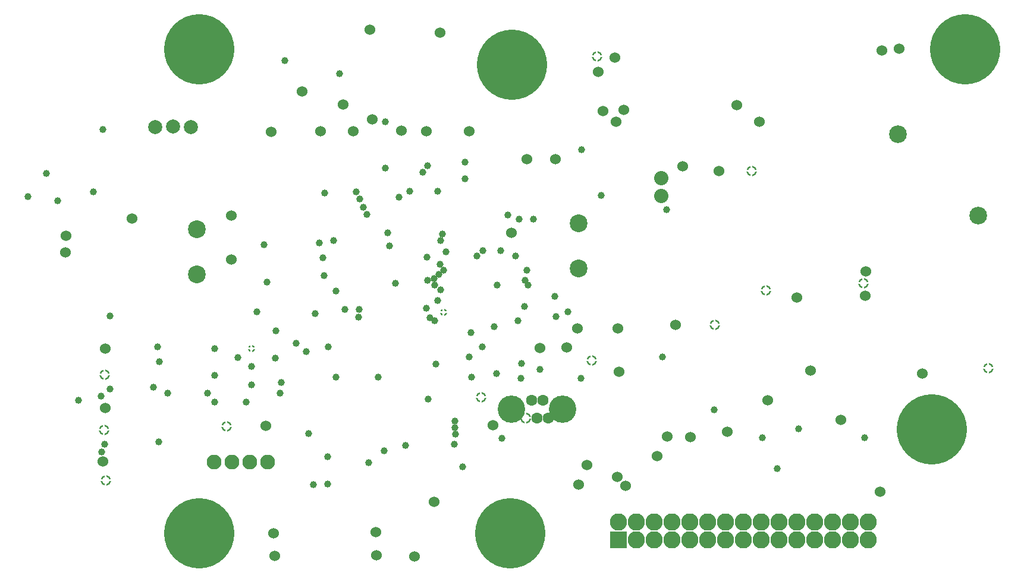
<source format=gbr>
G04 EasyPC Gerber Version 21.0.3 Build 4286 *
%FSLAX35Y35*%
%MOIN*%
%ADD27R,0.09677X0.09677*%
%ADD82C,0.03969*%
%ADD80C,0.06000*%
%ADD76C,0.06331*%
%ADD72C,0.07906*%
%ADD29C,0.08000*%
%ADD73C,0.08299*%
%ADD28C,0.09677*%
%ADD81C,0.09874*%
%ADD74C,0.09972*%
%ADD77C,0.15386*%
%ADD26C,0.39402*%
%AMT79*0 Thermal pad*7,0,0,0.03969,0.01969,0.01000,0*%
%ADD79T79*%
%AMT78*0 Thermal pad*7,0,0,0.06000,0.04000,0.01000,0*%
%ADD78T78*%
%AMT75*0 Thermal pad*7,0,0,0.06331,0.04331,0.01000,0*%
%ADD75T75*%
X0Y0D02*
D02*
D26*
X101023Y63801D03*
Y335454D03*
X275600Y63801D03*
X276387Y326667D03*
X511820Y121943D03*
X530324Y335454D03*
D02*
D27*
X336230Y60132D03*
D02*
D28*
Y70132D03*
X346230Y60132D03*
Y70132D03*
X356230Y60132D03*
Y70132D03*
X366230Y60132D03*
Y70132D03*
X376230Y60132D03*
Y70132D03*
X386230Y60132D03*
Y70132D03*
X396230Y60132D03*
Y70132D03*
X406230Y60132D03*
Y70132D03*
X416230Y60132D03*
Y70132D03*
X426230Y60132D03*
Y70132D03*
X436230Y60132D03*
Y70132D03*
X446230Y60132D03*
Y70132D03*
X456230Y60132D03*
Y70132D03*
X466230Y60132D03*
Y70132D03*
X476230Y60132D03*
Y70132D03*
D02*
D29*
X360246Y253071D03*
Y262888D03*
D02*
D72*
X76531Y291784D03*
X86531Y291852D03*
X96531Y291784D03*
D02*
D73*
X109393Y103676D03*
X119393Y103608D03*
X129393Y103676D03*
X139380D03*
D02*
D74*
X99714Y208829D03*
Y234419D03*
X313691Y212222D03*
Y237813D03*
D02*
D75*
X284261Y128242D03*
D02*
D76*
X287411Y138478D03*
X290561Y128242D03*
X293710Y138478D03*
X296860Y128242D03*
D02*
D77*
X276191Y133360D03*
X304931D03*
D02*
D78*
X47647Y121549D03*
X48041Y152652D03*
X48828Y93203D03*
X116545Y123518D03*
X259065Y140053D03*
X321269Y160526D03*
X324025Y331392D03*
X390167Y180604D03*
X410639Y266825D03*
X418907Y199896D03*
X473631Y203833D03*
X543317Y156195D03*
D02*
D79*
X130324Y167219D03*
X238198Y187691D03*
D02*
D80*
X25994Y221156D03*
X26387Y230604D03*
X47254Y103833D03*
X48435Y134148D03*
Y167219D03*
X63395Y240427D03*
X119301Y217219D03*
Y242022D03*
X138592Y123911D03*
X141348Y288872D03*
X142923Y63675D03*
X143317Y51077D03*
X158671Y311707D03*
X169301Y289266D03*
X181702Y304423D03*
X187411Y289266D03*
X196860Y346352D03*
X198041Y295959D03*
X200009Y64463D03*
X200403Y51470D03*
X214576Y289659D03*
X221663Y50683D03*
X228356Y289266D03*
X232687Y81392D03*
X236230Y344778D03*
X252372Y289266D03*
X265757Y124305D03*
X275994Y232179D03*
X284655Y273518D03*
X292135Y167612D03*
X300797Y273518D03*
X307096Y168006D03*
X313002Y178636D03*
X313789Y90841D03*
X318513Y101864D03*
X324813Y322730D03*
X327569Y300683D03*
X334261Y330604D03*
X334655Y294778D03*
X335443Y95171D03*
X335836Y178636D03*
X336624Y154226D03*
X338986Y301470D03*
X340167Y90447D03*
X357883Y106982D03*
X363395Y118006D03*
X368120Y180604D03*
X372057Y269581D03*
X376387Y117612D03*
X392529Y266825D03*
X397254Y120762D03*
X402372Y303833D03*
X415167Y294778D03*
X419694Y138478D03*
X436230Y195959D03*
X443710Y155014D03*
X460639Y127455D03*
X474419Y197140D03*
X474813Y210526D03*
X482687Y86904D03*
X483868Y334541D03*
X493317Y335722D03*
X506309Y153439D03*
D02*
D81*
X492923Y287691D03*
X537805Y242022D03*
D02*
D82*
X5128Y252652D03*
X15364Y265644D03*
X21663Y250289D03*
X33474Y138478D03*
X41742Y255407D03*
X46072Y140663D03*
X46466Y109344D03*
X47254Y290447D03*
X48041Y113675D03*
X51191Y144778D03*
Y185722D03*
X75600Y145565D03*
X77962Y168222D03*
X78356Y114856D03*
X78750Y160132D03*
X83474Y142258D03*
X105915D03*
X109852Y137297D03*
Y152258D03*
Y167219D03*
X122844Y162258D03*
X127569Y137258D03*
X130324Y147140D03*
Y157376D03*
X133474Y188085D03*
X137411Y225656D03*
X138986Y204620D03*
X143710Y162100D03*
X144301Y177455D03*
X146466Y142258D03*
X147254Y148321D03*
X149222Y329030D03*
X155521Y170368D03*
X161033Y165644D03*
X162383Y119581D03*
X164970Y90841D03*
X166151Y186904D03*
X168513Y226667D03*
X170482Y218400D03*
X171269Y208163D03*
X171466Y254620D03*
X173238Y91234D03*
Y106589D03*
X173631Y168400D03*
X176387Y227848D03*
X177962Y151470D03*
Y199502D03*
X179931Y321549D03*
X182687Y189266D03*
X189183Y255407D03*
X190561Y184935D03*
X190954Y189266D03*
X191151Y251470D03*
X193120Y246746D03*
X195088Y242809D03*
X196072Y103439D03*
X201584Y151470D03*
X204734Y110132D03*
X205521Y268793D03*
Y294778D03*
X206899Y232179D03*
X207883Y225093D03*
X211033Y203833D03*
X213002Y252258D03*
X216939Y112888D03*
X219301Y255801D03*
X226584Y266431D03*
X228356Y190053D03*
X228750Y218793D03*
X229143Y205801D03*
Y269974D03*
X229537Y138872D03*
X230521Y184541D03*
X232687Y206589D03*
X233080Y182967D03*
Y202848D03*
X233868Y158557D03*
X234655Y194384D03*
Y255801D03*
X235443Y208951D03*
X236230Y214659D03*
X236624Y200289D03*
Y227848D03*
X237411Y231785D03*
X238198Y211313D03*
X239380Y221746D03*
X244104Y113675D03*
X244498Y123124D03*
Y126667D03*
X244891Y119187D03*
X248828Y101077D03*
X250009Y262494D03*
Y271943D03*
X252372Y162494D03*
X253553Y176274D03*
X253946Y151470D03*
X256702Y219187D03*
X259852Y168400D03*
X260246Y222337D03*
X266545Y179817D03*
X267726Y153439D03*
X268120Y203045D03*
X270088Y222337D03*
X270876Y116825D03*
X274025Y242415D03*
X278356Y219187D03*
X279931Y182967D03*
X280521Y240053D03*
X281506Y150683D03*
X281899Y158951D03*
X283474Y190841D03*
X283868Y205801D03*
X284655Y211313D03*
X285443Y203045D03*
X288592Y240053D03*
X292135Y155801D03*
X300403Y196746D03*
X301191Y185329D03*
X307883Y187860D03*
X314970Y150683D03*
X315364Y279030D03*
X326387Y253439D03*
X360639Y162494D03*
X363002Y245171D03*
X389773Y132967D03*
X416939Y117219D03*
X425049Y99896D03*
X437017Y122337D03*
X474025Y117356D03*
X0Y0D02*
M02*

</source>
